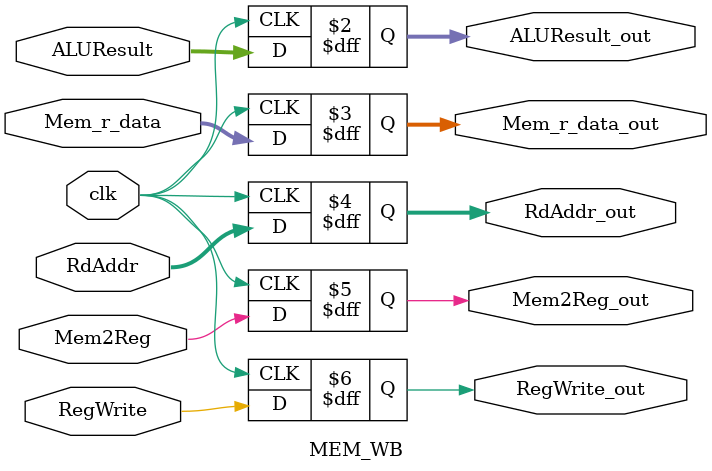
<source format=v>
module MEM_WB (
    // Outputs
    output reg [31:0] ALUResult_out,
    output reg [31:0] Mem_r_data_out,
    output reg [4:0] RdAddr_out,
    output reg Mem2Reg_out,
    output reg RegWrite_out,
    // Inputs
    input [31:0] ALUResult,
    input [31:0] Mem_r_data,
    input [4:0] RdAddr,
    input Mem2Reg,
    input RegWrite,
    input clk
);
    always @(negedge clk) begin
        ALUResult_out <= ALUResult;
        Mem_r_data_out <= Mem_r_data;
        RdAddr_out <= RdAddr;
        Mem2Reg_out <= Mem2Reg;
        RegWrite_out <= RegWrite;
    end

endmodule
</source>
